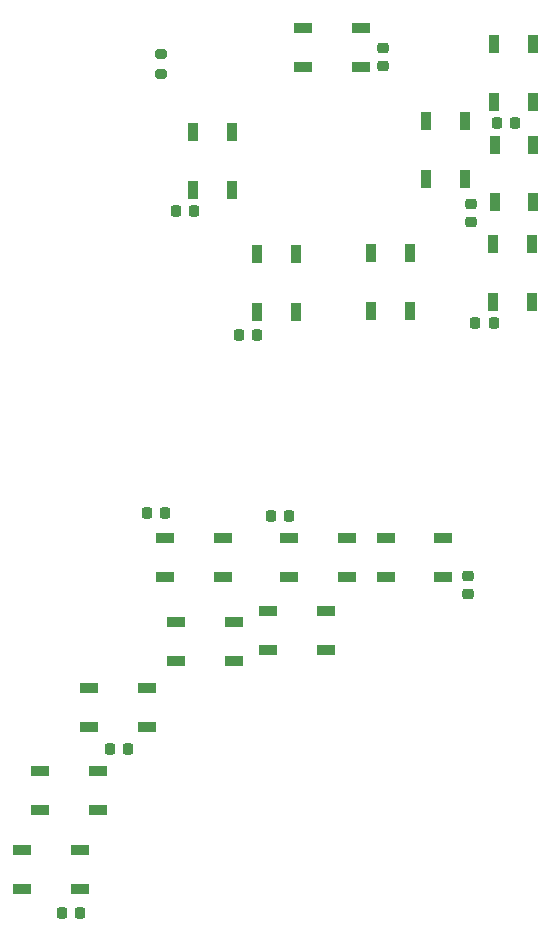
<source format=gbr>
%TF.GenerationSoftware,KiCad,Pcbnew,(6.0.9)*%
%TF.CreationDate,2022-12-26T21:16:00-09:00*%
%TF.ProjectId,PCB_ OBOGS PANEL,5043422c-204f-4424-9f47-532050414e45,rev?*%
%TF.SameCoordinates,Original*%
%TF.FileFunction,Paste,Top*%
%TF.FilePolarity,Positive*%
%FSLAX46Y46*%
G04 Gerber Fmt 4.6, Leading zero omitted, Abs format (unit mm)*
G04 Created by KiCad (PCBNEW (6.0.9)) date 2022-12-26 21:16:00*
%MOMM*%
%LPD*%
G01*
G04 APERTURE LIST*
G04 Aperture macros list*
%AMRoundRect*
0 Rectangle with rounded corners*
0 $1 Rounding radius*
0 $2 $3 $4 $5 $6 $7 $8 $9 X,Y pos of 4 corners*
0 Add a 4 corners polygon primitive as box body*
4,1,4,$2,$3,$4,$5,$6,$7,$8,$9,$2,$3,0*
0 Add four circle primitives for the rounded corners*
1,1,$1+$1,$2,$3*
1,1,$1+$1,$4,$5*
1,1,$1+$1,$6,$7*
1,1,$1+$1,$8,$9*
0 Add four rect primitives between the rounded corners*
20,1,$1+$1,$2,$3,$4,$5,0*
20,1,$1+$1,$4,$5,$6,$7,0*
20,1,$1+$1,$6,$7,$8,$9,0*
20,1,$1+$1,$8,$9,$2,$3,0*%
G04 Aperture macros list end*
%ADD10RoundRect,0.225000X-0.225000X-0.250000X0.225000X-0.250000X0.225000X0.250000X-0.225000X0.250000X0*%
%ADD11RoundRect,0.225000X0.250000X-0.225000X0.250000X0.225000X-0.250000X0.225000X-0.250000X-0.225000X0*%
%ADD12RoundRect,0.225000X0.225000X0.250000X-0.225000X0.250000X-0.225000X-0.250000X0.225000X-0.250000X0*%
%ADD13RoundRect,0.225000X-0.250000X0.225000X-0.250000X-0.225000X0.250000X-0.225000X0.250000X0.225000X0*%
%ADD14R,1.500000X0.900000*%
%ADD15R,0.900000X1.500000*%
%ADD16RoundRect,0.200000X0.275000X-0.200000X0.275000X0.200000X-0.275000X0.200000X-0.275000X-0.200000X0*%
G04 APERTURE END LIST*
D10*
%TO.C,C2*%
X176885300Y-58747660D03*
X178435300Y-58747660D03*
%TD*%
D11*
%TO.C,C3*%
X201881740Y-59684920D03*
X201881740Y-58134920D03*
%TD*%
D12*
%TO.C,C4*%
X205636160Y-51315620D03*
X204086160Y-51315620D03*
%TD*%
D13*
%TO.C,C5*%
X194447160Y-44919900D03*
X194447160Y-46469900D03*
%TD*%
D11*
%TO.C,C6*%
X201602340Y-91201840D03*
X201602340Y-89651840D03*
%TD*%
D10*
%TO.C,C7*%
X184944720Y-84607400D03*
X186494720Y-84607400D03*
%TD*%
%TO.C,C8*%
X174464380Y-84322920D03*
X176014380Y-84322920D03*
%TD*%
%TO.C,C9*%
X171314780Y-104292400D03*
X172864780Y-104292400D03*
%TD*%
%TO.C,C10*%
X167268560Y-118188740D03*
X168818560Y-118188740D03*
%TD*%
D14*
%TO.C,D1*%
X187694000Y-43257200D03*
X187694000Y-46557200D03*
X192594000Y-46557200D03*
X192594000Y-43257200D03*
%TD*%
D15*
%TO.C,D2*%
X207162000Y-44602400D03*
X203862000Y-44602400D03*
X203862000Y-49502400D03*
X207162000Y-49502400D03*
%TD*%
%TO.C,D3*%
X181685000Y-52058400D03*
X178385000Y-52058400D03*
X178385000Y-56958400D03*
X181685000Y-56958400D03*
%TD*%
%TO.C,D4*%
X201396000Y-51144000D03*
X198096000Y-51144000D03*
X198096000Y-56044000D03*
X201396000Y-56044000D03*
%TD*%
%TO.C,D5*%
X207187000Y-53125200D03*
X203887000Y-53125200D03*
X203887000Y-58025200D03*
X207187000Y-58025200D03*
%TD*%
%TO.C,D6*%
X187045000Y-62433200D03*
X183745000Y-62433200D03*
X183745000Y-67333200D03*
X187045000Y-67333200D03*
%TD*%
%TO.C,D7*%
X196748000Y-62280800D03*
X193448000Y-62280800D03*
X193448000Y-67180800D03*
X196748000Y-67180800D03*
%TD*%
%TO.C,D8*%
X207085000Y-61558000D03*
X203785000Y-61558000D03*
X203785000Y-66458000D03*
X207085000Y-66458000D03*
%TD*%
D14*
%TO.C,D9*%
X180922000Y-89711600D03*
X180922000Y-86411600D03*
X176022000Y-86411600D03*
X176022000Y-89711600D03*
%TD*%
%TO.C,D10*%
X191387000Y-89711600D03*
X191387000Y-86411600D03*
X186487000Y-86411600D03*
X186487000Y-89711600D03*
%TD*%
%TO.C,D11*%
X194666000Y-86411600D03*
X194666000Y-89711600D03*
X199566000Y-89711600D03*
X199566000Y-86411600D03*
%TD*%
%TO.C,D13*%
X176936000Y-93574400D03*
X176936000Y-96874400D03*
X181836000Y-96874400D03*
X181836000Y-93574400D03*
%TD*%
%TO.C,D14*%
X169570000Y-99112000D03*
X169570000Y-102412000D03*
X174470000Y-102412000D03*
X174470000Y-99112000D03*
%TD*%
%TO.C,D15*%
X165382000Y-106173000D03*
X165382000Y-109473000D03*
X170282000Y-109473000D03*
X170282000Y-106173000D03*
%TD*%
%TO.C,D16*%
X163881000Y-112878000D03*
X163881000Y-116178000D03*
X168781000Y-116178000D03*
X168781000Y-112878000D03*
%TD*%
%TO.C,D12*%
X184709000Y-92609200D03*
X184709000Y-95909200D03*
X189609000Y-95909200D03*
X189609000Y-92609200D03*
%TD*%
D10*
%TO.C,C11*%
X182216660Y-69220080D03*
X183766660Y-69220080D03*
%TD*%
%TO.C,C12*%
X202272700Y-68267580D03*
X203822700Y-68267580D03*
%TD*%
D16*
%TO.C,R1*%
X175635920Y-47151560D03*
X175635920Y-45501560D03*
%TD*%
M02*

</source>
